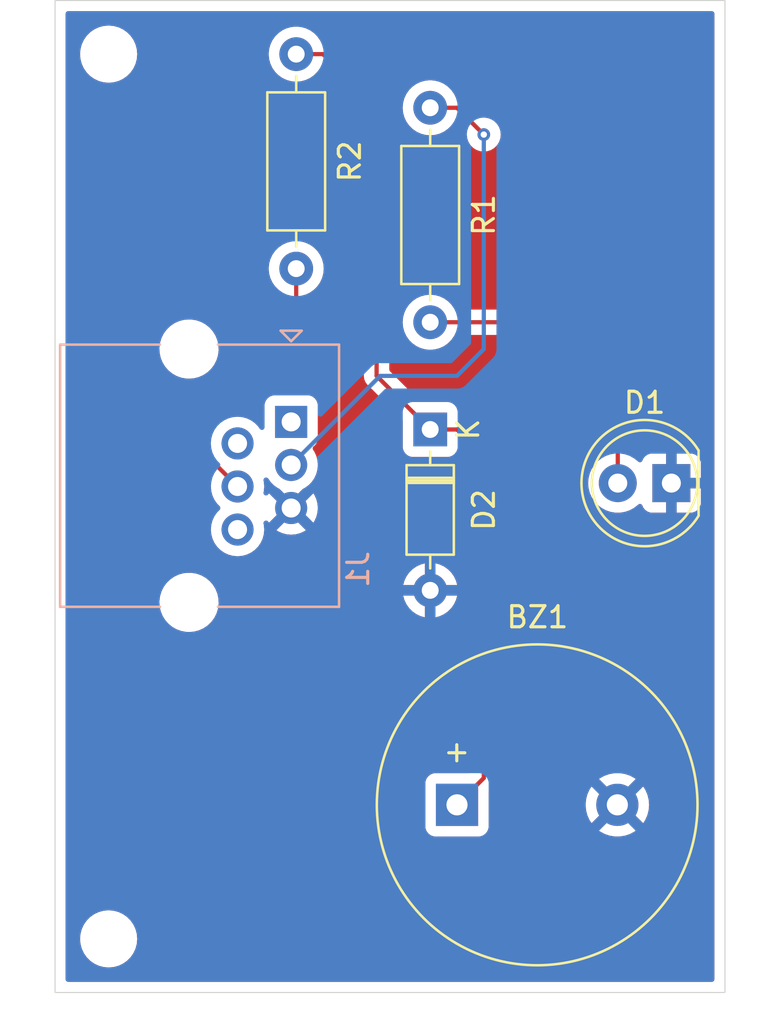
<source format=kicad_pcb>
(kicad_pcb (version 20221018) (generator pcbnew)
  (layers (0 "F.Cu" signal) (31 "B.Cu" jumper) (34 "B.Paste" user) (35 "F.Paste" user) (36 "B.SilkS" user "B.Silkscreen") (37 "F.SilkS" user "F.Silkscreen") (38 "B.Mask" user) (39 "F.Mask" user) (44 "Edge.Cuts" user))
  (net 0 "")
  (net 1 "GND")
  (net 2 "Net-(D1-A)")
  (net 4 "TARGET_LED")
  (net 5 "SENSOR")
  (net 6 "Net-(BZ1-+)")
  (footprint "MountingHole:MountingHole_2.2mm_M2" (layer "F.Cu") (at 26.67 20.32)
    (fp_text reference "H1" hide)
    (fp_text value "MountingHole")
    (pad "" np_thru_hole circle (at 0 0) (size 2.2 2.2) (drill 2.2) (layers "*.Cu" "*.Mask"))
  )
  (footprint "Diode_THT:D_DO-35_SOD27_P7.62mm_Horizontal" (layer "F.Cu") (at 41.91 38.1 -90)
    (fp_text reference "D2" (at 3.81 -2.54 90) (layer "F.SilkS"))
    (fp_text value "D_Zener")
    (fp_text user "K" (at 0 -1.8 90) (layer "F.SilkS"))
    (fp_line (start 1.04 0) (end 1.69 0) (stroke (width 0.12)) (layer "F.SilkS"))
    (fp_line (start 1.69 -1.12) (end 1.69 1.12) (stroke (width 0.12)) (layer "F.SilkS"))
    (fp_line (start 1.69 1.12) (end 5.93 1.12) (stroke (width 0.12)) (layer "F.SilkS"))
    (fp_line (start 2.29 -1.12) (end 2.29 1.12) (stroke (width 0.12)) (layer "F.SilkS"))
    (fp_line (start 2.41 -1.12) (end 2.41 1.12) (stroke (width 0.12)) (layer "F.SilkS"))
    (fp_line (start 2.53 -1.12) (end 2.53 1.12) (stroke (width 0.12)) (layer "F.SilkS"))
    (fp_line (start 5.93 -1.12) (end 1.69 -1.12) (stroke (width 0.12)) (layer "F.SilkS"))
    (fp_line (start 5.93 1.12) (end 5.93 -1.12) (stroke (width 0.12)) (layer "F.SilkS"))
    (fp_line (start 6.58 0) (end 5.93 0) (stroke (width 0.12)) (layer "F.SilkS"))
    (pad "1" thru_hole rect (at 0 0 270) (size 1.6 1.6) (drill 0.8) (layers "*.Cu" "*.Mask") (net 6 "Net-(BZ1-+)"))
    (pad "2" thru_hole oval (at 7.62 0 270) (size 1.6 1.6) (drill 0.8) (layers "*.Cu" "*.Mask") (net 1 "GND"))
  )
  (footprint "Buzzer_Beeper:Buzzer_15x7.5RM7.6" (layer "F.Cu") (at 43.18 55.88)
    (fp_text reference "BZ1" (at 3.81 -8.89) (layer "F.SilkS"))
    (fp_text value "Buzzer")
    (fp_text user "+" (at -0.01 -2.54) (layer "F.SilkS"))
    (fp_circle (center 3.8 0) (end 11.4 0) (stroke (width 0.12)) (fill none) (layer "F.SilkS"))
    (pad "1" thru_hole rect (at 0 0) (size 2 2) (drill 1) (layers "*.Cu" "*.Mask") (net 6 "Net-(BZ1-+)"))
    (pad "2" thru_hole circle (at 7.6 0) (size 2 2) (drill 1) (layers "*.Cu" "*.Mask") (net 1 "GND"))
  )
  (footprint "Resistor_THT:R_Axial_DIN0207_L6.3mm_D2.5mm_P10.16mm_Horizontal" (layer "F.Cu") (at 35.56 30.48 90)
    (fp_text reference "R2" (at 5.08 2.54 90) (layer "F.SilkS"))
    (fp_text value "140")
    (fp_line (start 1.04 0) (end 1.81 0) (stroke (width 0.12)) (layer "F.SilkS"))
    (fp_line (start 1.81 -1.37) (end 1.81 1.37) (stroke (width 0.12)) (layer "F.SilkS"))
    (fp_line (start 1.81 1.37) (end 8.35 1.37) (stroke (width 0.12)) (layer "F.SilkS"))
    (fp_line (start 8.35 -1.37) (end 1.81 -1.37) (stroke (width 0.12)) (layer "F.SilkS"))
    (fp_line (start 8.35 1.37) (end 8.35 -1.37) (stroke (width 0.12)) (layer "F.SilkS"))
    (fp_line (start 9.12 0) (end 8.35 0) (stroke (width 0.12)) (layer "F.SilkS"))
    (pad "1" thru_hole circle (at 0 0 90) (size 1.6 1.6) (drill 0.8) (layers "*.Cu" "*.Mask") (net 5 "SENSOR"))
    (pad "2" thru_hole oval (at 10.16 0 90) (size 1.6 1.6) (drill 0.8) (layers "*.Cu" "*.Mask") (net 6 "Net-(BZ1-+)"))
  )
  (footprint "LED_THT:LED_D5.0mm" (layer "F.Cu") (at 53.34 40.64 180)
    (fp_text reference "D1" (at 1.27 3.81) (layer "F.SilkS"))
    (fp_text value "LED")
    (fp_line (start -1.29 -1.545) (end -1.29 1.545) (stroke (width 0.12)) (layer "F.SilkS"))
    (fp_arc (start -1.29 -1.54483) (mid 2.072002 -2.880433) (end 4.26 0.000462) (stroke (width 0.12)) (layer "F.SilkS"))
    (fp_arc (start 4.26 -0.000462) (mid 2.072002 2.880433) (end -1.29 1.54483) (stroke (width 0.12)) (layer "F.SilkS"))
    (fp_circle (center 1.27 0) (end 3.77 0) (stroke (width 0.12)) (fill none) (layer "F.SilkS"))
    (pad "1" thru_hole rect (at 0 0 180) (size 1.8 1.8) (drill 0.9) (layers "*.Cu" "*.Mask") (net 1 "GND"))
    (pad "2" thru_hole circle (at 2.54 0 180) (size 1.8 1.8) (drill 0.9) (layers "*.Cu" "*.Mask") (net 2 "Net-(D1-A)"))
  )
  (footprint "Resistor_THT:R_Axial_DIN0207_L6.3mm_D2.5mm_P10.16mm_Horizontal" (layer "F.Cu") (at 41.91 22.86 -90)
    (fp_text reference "R1" (at 5.08 -2.54 90) (layer "F.SilkS"))
    (fp_text value "470")
    (fp_line (start 1.04 0) (end 1.81 0) (stroke (width 0.12)) (layer "F.SilkS"))
    (fp_line (start 1.81 -1.37) (end 1.81 1.37) (stroke (width 0.12)) (layer "F.SilkS"))
    (fp_line (start 1.81 1.37) (end 8.35 1.37) (stroke (width 0.12)) (layer "F.SilkS"))
    (fp_line (start 8.35 -1.37) (end 1.81 -1.37) (stroke (width 0.12)) (layer "F.SilkS"))
    (fp_line (start 8.35 1.37) (end 8.35 -1.37) (stroke (width 0.12)) (layer "F.SilkS"))
    (fp_line (start 9.12 0) (end 8.35 0) (stroke (width 0.12)) (layer "F.SilkS"))
    (pad "1" thru_hole circle (at 0 0 270) (size 1.6 1.6) (drill 0.8) (layers "*.Cu" "*.Mask") (net 4 "TARGET_LED"))
    (pad "2" thru_hole oval (at 10.16 0 270) (size 1.6 1.6) (drill 0.8) (layers "*.Cu" "*.Mask") (net 2 "Net-(D1-A)"))
  )
  (footprint "MountingHole:MountingHole_2.2mm_M2" (layer "F.Cu") (at 26.67 62.23)
    (fp_text reference "H2" hide)
    (fp_text value "MountingHole")
    (pad "" np_thru_hole circle (at 0 0) (size 2.2 2.2) (drill 2.2) (layers "*.Cu" "*.Mask"))
  )
  (footprint "Connector_RJ:RJ25_Wayconn_MJEA-660X1_Horizontal" (layer "B.Cu") (at 35.32 37.74 90)
    (fp_text reference "J1" (at -6.985 3.175 90) (layer "B.SilkS") (effects (justify mirror)))
    (fp_text value "RJ25")
    (fp_line (start -8.76 -10.95) (end 3.66 -10.95) (stroke (width 0.12)) (layer "B.SilkS"))
    (fp_line (start -8.76 -6.22) (end -8.76 -10.95) (stroke (width 0.12)) (layer "B.SilkS"))
    (fp_line (start -8.76 2.27) (end -8.76 -3.47) (stroke (width 0.12)) (layer "B.SilkS"))
    (fp_line (start -8.76 2.27) (end 3.66 2.27) (stroke (width 0.12)) (layer "B.SilkS"))
    (fp_line (start 3.66 -6.22) (end 3.66 -10.95) (stroke (width 0.12)) (layer "B.SilkS"))
    (fp_line (start 3.66 2.27) (end 3.66 -3.47) (stroke (width 0.12)) (layer "B.SilkS"))
    (fp_line (start 3.82 0) (end 4.32 -0.5) (stroke (width 0.12)) (layer "B.SilkS"))
    (fp_line (start 4.32 0.5) (end 3.82 0) (stroke (width 0.12)) (layer "B.SilkS"))
    (fp_line (start 4.32 0.5) (end 4.32 -0.5) (stroke (width 0.12)) (layer "B.SilkS"))
    (pad "" np_thru_hole circle (at -8.55 -4.84 90) (size 2.3 2.3) (drill 2.3) (layers "*.Cu" "*.Mask"))
    (pad "" np_thru_hole circle (at 3.45 -4.84 90) (size 2.3 2.3) (drill 2.3) (layers "*.Cu" "*.Mask"))
    (pad "1" thru_hole rect (at 0 0 90) (size 1.52 1.52) (drill 0.9) (layers "*.Cu" "*.Mask"))
    (pad "2" thru_hole circle (at -1.02 -2.54 90) (size 1.52 1.52) (drill 0.9) (layers "*.Cu" "*.Mask"))
    (pad "3" thru_hole circle (at -2.04 0 90) (size 1.52 1.52) (drill 0.9) (layers "*.Cu" "*.Mask") (net 4 "TARGET_LED"))
    (pad "4" thru_hole circle (at -3.06 -2.54 90) (size 1.52 1.52) (drill 0.9) (layers "*.Cu" "*.Mask") (net 5 "SENSOR"))
    (pad "5" thru_hole circle (at -4.08 0 90) (size 1.52 1.52) (drill 0.9) (layers "*.Cu" "*.Mask") (net 1 "GND"))
    (pad "6" thru_hole circle (at -5.1 -2.54 90) (size 1.52 1.52) (drill 0.9) (layers "*.Cu" "*.Mask"))
  )
  (gr_rect (start 24.13 17.78) (end 55.88 64.77) (stroke (width 0.05)) (fill none) (layer "Edge.Cuts"))
  (segment (start 50.8 40.64) (end 50.8 38.1) (width 0.2) (layer "F.Cu") (net 2))
  (segment (start 50.8 38.1) (end 45.72 33.02) (width 0.2) (layer "F.Cu") (net 2))
  (segment (start 45.72 33.02) (end 41.91 33.02) (width 0.2) (layer "F.Cu") (net 2))
  (segment (start 44.45 24.13) (end 43.18 22.86) (width 0.2) (layer "F.Cu") (net 4))
  (segment (start 43.18 22.86) (end 41.91 22.86) (width 0.2) (layer "F.Cu") (net 4))
  (via (at 44.45 24.13) (size 0.6) (drill 0.3) (layers "F.Cu" "B.Cu") (net 4))
  (segment (start 43.18 35.56) (end 44.45 34.29) (width 0.2) (layer "B.Cu") (net 4))
  (segment (start 39.54 35.56) (end 43.18 35.56) (width 0.2) (layer "B.Cu") (net 4))
  (segment (start 35.32 39.78) (end 39.54 35.56) (width 0.2) (layer "B.Cu") (net 4))
  (segment (start 44.45 34.29) (end 44.45 24.13) (width 0.2) (layer "B.Cu") (net 4))
  (segment (start 32.78 40.8) (end 30.48 38.5) (width 0.2) (layer "F.Cu") (net 5))
  (segment (start 30.48 38.1) (end 35.56 33.02) (width 0.2) (layer "F.Cu") (net 5))
  (segment (start 35.56 33.02) (end 35.56 30.48) (width 0.2) (layer "F.Cu") (net 5))
  (segment (start 30.48 38.5) (end 30.48 38.1) (width 0.2) (layer "F.Cu") (net 5))
  (segment (start 36.83 20.32) (end 35.56 20.32) (width 0.2) (layer "F.Cu") (net 6))
  (segment (start 44.45 39.37) (end 43.18 38.1) (width 0.2) (layer "F.Cu") (net 6))
  (segment (start 43.18 55.88) (end 44.45 54.61) (width 0.2) (layer "F.Cu") (net 6))
  (segment (start 44.45 54.61) (end 44.45 39.37) (width 0.2) (layer "F.Cu") (net 6))
  (segment (start 43.18 38.1) (end 41.91 38.1) (width 0.2) (layer "F.Cu") (net 6))
  (segment (start 39.37 35.56) (end 39.37 22.86) (width 0.2) (layer "F.Cu") (net 6))
  (segment (start 39.37 22.86) (end 36.83 20.32) (width 0.2) (layer "F.Cu") (net 6))
  (segment (start 41.91 38.1) (end 39.37 35.56) (width 0.2) (layer "F.Cu") (net 6))
  (zone (net 1) (net_name "GND") (layer "F.Cu") (connect_pads (clearance 0.5)) (min_thickness 0.25) (fill yes (thermal_gap 0.5) (thermal_bridge_width 0.5))
    (polygon (pts (xy 24.13 17.78) (xy 57.15 17.78) (xy 57.15 64.77) (xy 24.13 64.77)))
  )
  (zone (net 1) (net_name "GND") (layer "B.Cu") (priority 1) (connect_pads (clearance 0.5)) (min_thickness 0.25) (fill yes (thermal_gap 0.5) (thermal_bridge_width 0.5))
    (polygon (pts (xy 24.13 17.78) (xy 57.15 17.78) (xy 57.15 64.77) (xy 24.13 64.77)))
  )
)
</source>
